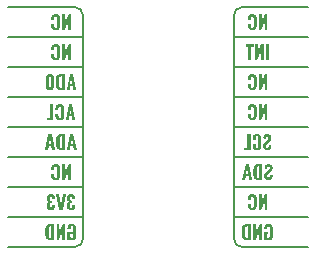
<source format=gbo>
G04*
G04 #@! TF.GenerationSoftware,Altium Limited,Altium Designer,22.3.1 (43)*
G04*
G04 Layer_Color=32896*
%FSLAX25Y25*%
%MOIN*%
G70*
G04*
G04 #@! TF.SameCoordinates,35B4740E-92D2-49D1-AA18-A508E5057BF1*
G04*
G04*
G04 #@! TF.FilePolarity,Positive*
G04*
G01*
G75*
%ADD11C,0.00600*%
G36*
X21104Y27672D02*
X21317Y27632D01*
X21491Y27570D01*
X21643Y27509D01*
X21755Y27438D01*
X21837Y27377D01*
X21888Y27336D01*
X21908Y27316D01*
X22030Y27163D01*
X22122Y26990D01*
X22183Y26817D01*
X22223Y26644D01*
X22254Y26491D01*
X22264Y26430D01*
Y26369D01*
X22274Y26318D01*
Y26288D01*
Y26267D01*
Y26257D01*
Y25972D01*
X21277D01*
Y26206D01*
X21267Y26328D01*
X21256Y26430D01*
X21246Y26512D01*
X21226Y26583D01*
X21216Y26644D01*
X21195Y26685D01*
X21185Y26705D01*
Y26715D01*
X21145Y26776D01*
X21104Y26817D01*
X21053Y26858D01*
X20992Y26878D01*
X20951Y26888D01*
X20910Y26899D01*
X20870D01*
X20788Y26888D01*
X20717Y26878D01*
X20666Y26848D01*
X20615Y26817D01*
X20584Y26787D01*
X20564Y26766D01*
X20544Y26746D01*
Y26736D01*
X20513Y26664D01*
X20493Y26593D01*
X20462Y26430D01*
X20452Y26349D01*
Y26288D01*
Y26247D01*
Y26237D01*
X20462Y26094D01*
X20473Y25972D01*
X20493Y25860D01*
X20513Y25779D01*
X20544Y25718D01*
X20564Y25667D01*
X20574Y25646D01*
X20584Y25636D01*
X20636Y25575D01*
X20707Y25534D01*
X20778Y25504D01*
X20859Y25484D01*
X20931Y25473D01*
X20992Y25463D01*
X21205D01*
Y24730D01*
X21053D01*
X21033Y24720D01*
X21022D01*
X20910Y24710D01*
X20819Y24690D01*
X20737Y24659D01*
X20676Y24618D01*
X20625Y24577D01*
X20595Y24547D01*
X20584Y24527D01*
X20574Y24516D01*
X20534Y24435D01*
X20503Y24333D01*
X20462Y24130D01*
Y24028D01*
X20452Y23956D01*
Y23906D01*
Y23885D01*
Y23743D01*
X20462Y23631D01*
X20473Y23529D01*
X20493Y23448D01*
X20503Y23386D01*
X20524Y23336D01*
X20534Y23315D01*
Y23305D01*
X20564Y23244D01*
X20615Y23203D01*
X20666Y23173D01*
X20717Y23152D01*
X20768Y23142D01*
X20809Y23132D01*
X20849D01*
X20931Y23142D01*
X21002Y23163D01*
X21053Y23183D01*
X21104Y23224D01*
X21134Y23254D01*
X21155Y23274D01*
X21175Y23295D01*
Y23305D01*
X21205Y23376D01*
X21226Y23468D01*
X21256Y23661D01*
X21267Y23743D01*
X21277Y23824D01*
Y23865D01*
Y23885D01*
Y24058D01*
X22274D01*
Y23875D01*
X22264Y23610D01*
X22223Y23376D01*
X22173Y23173D01*
X22111Y23010D01*
X22050Y22888D01*
X22000Y22786D01*
X21959Y22735D01*
X21949Y22715D01*
X21806Y22582D01*
X21633Y22480D01*
X21460Y22409D01*
X21277Y22358D01*
X21114Y22328D01*
X21043Y22318D01*
X20982D01*
X20931Y22307D01*
X20859D01*
X20605Y22328D01*
X20381Y22368D01*
X20198Y22440D01*
X20045Y22521D01*
X19933Y22592D01*
X19852Y22664D01*
X19811Y22704D01*
X19791Y22725D01*
X19679Y22898D01*
X19597Y23091D01*
X19536Y23285D01*
X19495Y23478D01*
X19475Y23641D01*
X19465Y23722D01*
X19455Y23783D01*
Y23834D01*
Y23875D01*
Y23895D01*
Y23906D01*
X19465Y24089D01*
X19485Y24242D01*
X19516Y24394D01*
X19556Y24516D01*
X19607Y24639D01*
X19668Y24740D01*
X19729Y24822D01*
X19791Y24903D01*
X19852Y24964D01*
X19913Y25015D01*
X19974Y25056D01*
X20025Y25097D01*
X20065Y25117D01*
X20096Y25137D01*
X20116Y25148D01*
X20126D01*
X20025Y25188D01*
X19923Y25239D01*
X19841Y25300D01*
X19780Y25361D01*
X19719Y25422D01*
X19679Y25473D01*
X19658Y25514D01*
X19648Y25524D01*
X19587Y25646D01*
X19536Y25779D01*
X19505Y25901D01*
X19475Y26023D01*
X19465Y26125D01*
X19455Y26217D01*
Y26267D01*
Y26288D01*
X19475Y26532D01*
X19516Y26736D01*
X19577Y26919D01*
X19638Y27061D01*
X19709Y27173D01*
X19770Y27265D01*
X19811Y27306D01*
X19831Y27326D01*
X19984Y27448D01*
X20147Y27540D01*
X20320Y27601D01*
X20483Y27652D01*
X20636Y27672D01*
X20758Y27682D01*
X20809Y27693D01*
X20870D01*
X21104Y27672D01*
D02*
G37*
G36*
X14395D02*
X14609Y27632D01*
X14782Y27570D01*
X14935Y27509D01*
X15047Y27438D01*
X15128Y27377D01*
X15179Y27336D01*
X15199Y27316D01*
X15322Y27163D01*
X15413Y26990D01*
X15474Y26817D01*
X15515Y26644D01*
X15545Y26491D01*
X15556Y26430D01*
Y26369D01*
X15566Y26318D01*
Y26288D01*
Y26267D01*
Y26257D01*
Y25972D01*
X14568D01*
Y26206D01*
X14558Y26328D01*
X14548Y26430D01*
X14538Y26512D01*
X14517Y26583D01*
X14507Y26644D01*
X14487Y26685D01*
X14477Y26705D01*
Y26715D01*
X14436Y26776D01*
X14395Y26817D01*
X14344Y26858D01*
X14283Y26878D01*
X14242Y26888D01*
X14202Y26899D01*
X14161D01*
X14080Y26888D01*
X14008Y26878D01*
X13957Y26848D01*
X13906Y26817D01*
X13876Y26787D01*
X13856Y26766D01*
X13835Y26746D01*
Y26736D01*
X13805Y26664D01*
X13784Y26593D01*
X13754Y26430D01*
X13744Y26349D01*
Y26288D01*
Y26247D01*
Y26237D01*
X13754Y26094D01*
X13764Y25972D01*
X13784Y25860D01*
X13805Y25779D01*
X13835Y25718D01*
X13856Y25667D01*
X13866Y25646D01*
X13876Y25636D01*
X13927Y25575D01*
X13998Y25534D01*
X14069Y25504D01*
X14151Y25484D01*
X14222Y25473D01*
X14283Y25463D01*
X14497D01*
Y24730D01*
X14344D01*
X14324Y24720D01*
X14314D01*
X14202Y24710D01*
X14110Y24690D01*
X14029Y24659D01*
X13968Y24618D01*
X13917Y24577D01*
X13886Y24547D01*
X13876Y24527D01*
X13866Y24516D01*
X13825Y24435D01*
X13794Y24333D01*
X13754Y24130D01*
Y24028D01*
X13744Y23956D01*
Y23906D01*
Y23885D01*
Y23743D01*
X13754Y23631D01*
X13764Y23529D01*
X13784Y23448D01*
X13794Y23386D01*
X13815Y23336D01*
X13825Y23315D01*
Y23305D01*
X13856Y23244D01*
X13906Y23203D01*
X13957Y23173D01*
X14008Y23152D01*
X14059Y23142D01*
X14100Y23132D01*
X14141D01*
X14222Y23142D01*
X14293Y23163D01*
X14344Y23183D01*
X14395Y23224D01*
X14426Y23254D01*
X14446Y23274D01*
X14466Y23295D01*
Y23305D01*
X14497Y23376D01*
X14517Y23468D01*
X14548Y23661D01*
X14558Y23743D01*
X14568Y23824D01*
Y23865D01*
Y23885D01*
Y24058D01*
X15566D01*
Y23875D01*
X15556Y23610D01*
X15515Y23376D01*
X15464Y23173D01*
X15403Y23010D01*
X15342Y22888D01*
X15291Y22786D01*
X15250Y22735D01*
X15240Y22715D01*
X15098Y22582D01*
X14924Y22480D01*
X14751Y22409D01*
X14568Y22358D01*
X14405Y22328D01*
X14334Y22318D01*
X14273D01*
X14222Y22307D01*
X14151D01*
X13896Y22328D01*
X13672Y22368D01*
X13489Y22440D01*
X13336Y22521D01*
X13224Y22592D01*
X13143Y22664D01*
X13102Y22704D01*
X13082Y22725D01*
X12970Y22898D01*
X12889Y23091D01*
X12827Y23285D01*
X12787Y23478D01*
X12766Y23641D01*
X12756Y23722D01*
X12746Y23783D01*
Y23834D01*
Y23875D01*
Y23895D01*
Y23906D01*
X12756Y24089D01*
X12776Y24242D01*
X12807Y24394D01*
X12848Y24516D01*
X12899Y24639D01*
X12960Y24740D01*
X13021Y24822D01*
X13082Y24903D01*
X13143Y24964D01*
X13204Y25015D01*
X13265Y25056D01*
X13316Y25097D01*
X13357Y25117D01*
X13387Y25137D01*
X13408Y25148D01*
X13418D01*
X13316Y25188D01*
X13214Y25239D01*
X13133Y25300D01*
X13072Y25361D01*
X13011Y25422D01*
X12970Y25473D01*
X12949Y25514D01*
X12939Y25524D01*
X12878Y25646D01*
X12827Y25779D01*
X12797Y25901D01*
X12766Y26023D01*
X12756Y26125D01*
X12746Y26217D01*
Y26267D01*
Y26288D01*
X12766Y26532D01*
X12807Y26736D01*
X12868Y26919D01*
X12929Y27061D01*
X13001Y27173D01*
X13061Y27265D01*
X13102Y27306D01*
X13123Y27326D01*
X13275Y27448D01*
X13438Y27540D01*
X13611Y27601D01*
X13774Y27652D01*
X13927Y27672D01*
X14049Y27682D01*
X14100Y27693D01*
X14161D01*
X14395Y27672D01*
D02*
G37*
G36*
X18101Y22389D02*
X17001D01*
X16004Y27621D01*
X16971D01*
X17551Y23997D01*
X18172Y27621D01*
X19098D01*
X18101Y22389D01*
D02*
G37*
G36*
X86297Y82384D02*
X85381D01*
Y85275D01*
X84221Y82384D01*
X83498D01*
Y87616D01*
X84383D01*
Y84898D01*
X85554Y87616D01*
X86297D01*
Y82384D01*
D02*
G37*
G36*
X81543Y87657D02*
X81676Y87637D01*
X81798Y87606D01*
X81900Y87576D01*
X82001Y87535D01*
X82083Y87494D01*
X82164Y87453D01*
X82286Y87372D01*
X82368Y87301D01*
X82419Y87250D01*
X82439Y87239D01*
Y87229D01*
X82551Y87046D01*
X82643Y86843D01*
X82704Y86629D01*
X82744Y86415D01*
X82765Y86221D01*
X82775Y86140D01*
Y86069D01*
X82785Y86008D01*
Y85967D01*
Y85936D01*
Y85926D01*
Y84053D01*
X82775Y83758D01*
X82734Y83493D01*
X82673Y83269D01*
X82612Y83086D01*
X82551Y82944D01*
X82521Y82893D01*
X82490Y82842D01*
X82470Y82811D01*
X82449Y82781D01*
X82439Y82771D01*
Y82760D01*
X82368Y82679D01*
X82286Y82618D01*
X82103Y82506D01*
X81910Y82435D01*
X81716Y82373D01*
X81543Y82343D01*
X81462Y82333D01*
X81391D01*
X81340Y82323D01*
X81116D01*
X80983Y82343D01*
X80851Y82363D01*
X80739Y82384D01*
X80637Y82414D01*
X80546Y82445D01*
X80393Y82526D01*
X80271Y82597D01*
X80189Y82658D01*
X80138Y82699D01*
X80128Y82720D01*
X80016Y82882D01*
X79935Y83076D01*
X79874Y83269D01*
X79833Y83453D01*
X79813Y83626D01*
X79803Y83697D01*
X79792Y83758D01*
Y83809D01*
Y83850D01*
Y83870D01*
Y83880D01*
Y84308D01*
X80821D01*
Y83799D01*
Y83676D01*
X80831Y83565D01*
X80841Y83473D01*
X80861Y83391D01*
X80871Y83330D01*
X80892Y83290D01*
X80902Y83259D01*
Y83249D01*
X80943Y83188D01*
X80994Y83147D01*
X81044Y83106D01*
X81106Y83086D01*
X81156Y83076D01*
X81207Y83066D01*
X81248D01*
X81340Y83076D01*
X81421Y83096D01*
X81482Y83127D01*
X81533Y83157D01*
X81564Y83188D01*
X81594Y83218D01*
X81604Y83239D01*
X81615Y83249D01*
X81645Y83330D01*
X81665Y83412D01*
X81696Y83595D01*
Y83676D01*
X81706Y83738D01*
Y83778D01*
Y83799D01*
Y86181D01*
Y86303D01*
X81696Y86415D01*
X81676Y86507D01*
X81665Y86588D01*
X81645Y86639D01*
X81635Y86690D01*
X81625Y86710D01*
Y86720D01*
X81584Y86781D01*
X81533Y86832D01*
X81472Y86863D01*
X81401Y86893D01*
X81350Y86904D01*
X81299Y86914D01*
X81248D01*
X81126Y86904D01*
X81034Y86873D01*
X80983Y86832D01*
X80963Y86822D01*
X80902Y86751D01*
X80871Y86669D01*
X80851Y86608D01*
Y86598D01*
Y86588D01*
X80831Y86466D01*
X80821Y86344D01*
Y86293D01*
Y86252D01*
Y86221D01*
Y86211D01*
Y85723D01*
X79792D01*
Y86171D01*
X79803Y86425D01*
X79843Y86649D01*
X79894Y86843D01*
X79955Y86995D01*
X80026Y87117D01*
X80077Y87209D01*
X80118Y87260D01*
X80128Y87280D01*
X80189Y87352D01*
X80271Y87413D01*
X80444Y87514D01*
X80627Y87586D01*
X80810Y87626D01*
X80983Y87657D01*
X81065Y87667D01*
X81126D01*
X81177Y87677D01*
X81411D01*
X81543Y87657D01*
D02*
G37*
G36*
X20763Y32384D02*
X19847D01*
Y35275D01*
X18686Y32384D01*
X17963D01*
Y37616D01*
X18849D01*
Y34898D01*
X20020Y37616D01*
X20763D01*
Y32384D01*
D02*
G37*
G36*
X16009Y37657D02*
X16141Y37637D01*
X16263Y37606D01*
X16365Y37576D01*
X16467Y37535D01*
X16548Y37494D01*
X16630Y37453D01*
X16752Y37372D01*
X16833Y37301D01*
X16884Y37250D01*
X16905Y37240D01*
Y37229D01*
X17017Y37046D01*
X17108Y36843D01*
X17169Y36629D01*
X17210Y36415D01*
X17230Y36222D01*
X17240Y36140D01*
Y36069D01*
X17251Y36008D01*
Y35967D01*
Y35936D01*
Y35926D01*
Y34053D01*
X17240Y33758D01*
X17200Y33493D01*
X17139Y33269D01*
X17077Y33086D01*
X17017Y32944D01*
X16986Y32893D01*
X16955Y32842D01*
X16935Y32811D01*
X16915Y32781D01*
X16905Y32770D01*
Y32760D01*
X16833Y32679D01*
X16752Y32618D01*
X16568Y32506D01*
X16375Y32435D01*
X16182Y32373D01*
X16009Y32343D01*
X15927Y32333D01*
X15856D01*
X15805Y32323D01*
X15581D01*
X15449Y32343D01*
X15316Y32363D01*
X15204Y32384D01*
X15103Y32414D01*
X15011Y32445D01*
X14858Y32526D01*
X14736Y32598D01*
X14655Y32659D01*
X14604Y32699D01*
X14594Y32720D01*
X14482Y32882D01*
X14400Y33076D01*
X14339Y33269D01*
X14298Y33453D01*
X14278Y33626D01*
X14268Y33697D01*
X14258Y33758D01*
Y33809D01*
Y33850D01*
Y33870D01*
Y33880D01*
Y34308D01*
X15286D01*
Y33799D01*
Y33677D01*
X15296Y33565D01*
X15306Y33473D01*
X15327Y33391D01*
X15337Y33330D01*
X15357Y33290D01*
X15367Y33259D01*
Y33249D01*
X15408Y33188D01*
X15459Y33147D01*
X15510Y33106D01*
X15571Y33086D01*
X15622Y33076D01*
X15673Y33066D01*
X15713D01*
X15805Y33076D01*
X15887Y33096D01*
X15948Y33127D01*
X15998Y33157D01*
X16029Y33188D01*
X16059Y33219D01*
X16070Y33239D01*
X16080Y33249D01*
X16110Y33330D01*
X16131Y33412D01*
X16161Y33595D01*
Y33677D01*
X16172Y33738D01*
Y33778D01*
Y33799D01*
Y36181D01*
Y36303D01*
X16161Y36415D01*
X16141Y36507D01*
X16131Y36588D01*
X16110Y36639D01*
X16100Y36690D01*
X16090Y36710D01*
Y36720D01*
X16049Y36781D01*
X15998Y36832D01*
X15937Y36863D01*
X15866Y36893D01*
X15815Y36904D01*
X15764Y36914D01*
X15713D01*
X15591Y36904D01*
X15500Y36873D01*
X15449Y36832D01*
X15428Y36822D01*
X15367Y36751D01*
X15337Y36669D01*
X15316Y36608D01*
Y36598D01*
Y36588D01*
X15296Y36466D01*
X15286Y36344D01*
Y36293D01*
Y36252D01*
Y36222D01*
Y36211D01*
Y35723D01*
X14258D01*
Y36171D01*
X14268Y36425D01*
X14309Y36649D01*
X14359Y36843D01*
X14421Y36995D01*
X14492Y37117D01*
X14543Y37209D01*
X14583Y37260D01*
X14594Y37280D01*
X14655Y37352D01*
X14736Y37413D01*
X14909Y37514D01*
X15092Y37586D01*
X15276Y37626D01*
X15449Y37657D01*
X15530Y37667D01*
X15591D01*
X15642Y37677D01*
X15876D01*
X16009Y37657D01*
D02*
G37*
G36*
X85091Y72384D02*
X84175D01*
Y75275D01*
X83014Y72384D01*
X82292D01*
Y77616D01*
X83177D01*
Y74898D01*
X84348Y77616D01*
X85091D01*
Y72384D01*
D02*
G37*
G36*
X86944D02*
X85885D01*
Y77616D01*
X86944D01*
Y72384D01*
D02*
G37*
G36*
X81844Y76822D02*
X81009D01*
Y72384D01*
X79950D01*
Y76822D01*
X79125D01*
Y77616D01*
X81844D01*
Y76822D01*
D02*
G37*
G36*
X22697Y42384D02*
X21699D01*
X21496Y43534D01*
X20671D01*
X20478Y42384D01*
X19490D01*
X20498Y47616D01*
X21679D01*
X22697Y42384D01*
D02*
G37*
G36*
X18961D02*
X17648D01*
X17424Y42394D01*
X17220Y42414D01*
X17047Y42435D01*
X16905Y42475D01*
X16793Y42506D01*
X16711Y42526D01*
X16660Y42547D01*
X16640Y42557D01*
X16508Y42628D01*
X16406Y42709D01*
X16314Y42801D01*
X16243Y42893D01*
X16192Y42974D01*
X16151Y43035D01*
X16131Y43076D01*
X16121Y43096D01*
X16070Y43239D01*
X16029Y43402D01*
X15998Y43565D01*
X15978Y43717D01*
X15968Y43850D01*
X15958Y43962D01*
Y44002D01*
Y44033D01*
Y44053D01*
Y44063D01*
Y45977D01*
X15968Y46181D01*
X15978Y46364D01*
X16009Y46527D01*
X16039Y46659D01*
X16070Y46771D01*
X16090Y46853D01*
X16110Y46893D01*
X16121Y46914D01*
X16192Y47036D01*
X16263Y47148D01*
X16355Y47240D01*
X16446Y47311D01*
X16518Y47372D01*
X16589Y47413D01*
X16630Y47433D01*
X16650Y47443D01*
X16803Y47504D01*
X16965Y47545D01*
X17139Y47576D01*
X17301Y47596D01*
X17454Y47606D01*
X17566Y47616D01*
X18961D01*
Y42384D01*
D02*
G37*
G36*
X15510D02*
X14512D01*
X14309Y43534D01*
X13484D01*
X13291Y42384D01*
X12303D01*
X13311Y47616D01*
X14492D01*
X15510Y42384D01*
D02*
G37*
G36*
X20763Y72384D02*
X19847D01*
Y75275D01*
X18686Y72384D01*
X17963D01*
Y77616D01*
X18849D01*
Y74898D01*
X20020Y77616D01*
X20763D01*
Y72384D01*
D02*
G37*
G36*
X16009Y77657D02*
X16141Y77637D01*
X16263Y77606D01*
X16365Y77575D01*
X16467Y77535D01*
X16548Y77494D01*
X16630Y77453D01*
X16752Y77372D01*
X16833Y77301D01*
X16884Y77250D01*
X16905Y77240D01*
Y77229D01*
X17017Y77046D01*
X17108Y76842D01*
X17169Y76629D01*
X17210Y76415D01*
X17230Y76222D01*
X17240Y76140D01*
Y76069D01*
X17251Y76008D01*
Y75967D01*
Y75937D01*
Y75926D01*
Y74053D01*
X17240Y73758D01*
X17200Y73493D01*
X17139Y73269D01*
X17077Y73086D01*
X17017Y72944D01*
X16986Y72893D01*
X16955Y72842D01*
X16935Y72811D01*
X16915Y72781D01*
X16905Y72771D01*
Y72760D01*
X16833Y72679D01*
X16752Y72618D01*
X16568Y72506D01*
X16375Y72435D01*
X16182Y72373D01*
X16009Y72343D01*
X15927Y72333D01*
X15856D01*
X15805Y72323D01*
X15581D01*
X15449Y72343D01*
X15316Y72363D01*
X15204Y72384D01*
X15103Y72414D01*
X15011Y72445D01*
X14858Y72526D01*
X14736Y72597D01*
X14655Y72659D01*
X14604Y72699D01*
X14594Y72720D01*
X14482Y72882D01*
X14400Y73076D01*
X14339Y73269D01*
X14298Y73453D01*
X14278Y73626D01*
X14268Y73697D01*
X14258Y73758D01*
Y73809D01*
Y73850D01*
Y73870D01*
Y73880D01*
Y74308D01*
X15286D01*
Y73799D01*
Y73677D01*
X15296Y73565D01*
X15306Y73473D01*
X15327Y73391D01*
X15337Y73330D01*
X15357Y73290D01*
X15367Y73259D01*
Y73249D01*
X15408Y73188D01*
X15459Y73147D01*
X15510Y73106D01*
X15571Y73086D01*
X15622Y73076D01*
X15673Y73066D01*
X15713D01*
X15805Y73076D01*
X15887Y73096D01*
X15948Y73127D01*
X15999Y73157D01*
X16029Y73188D01*
X16059Y73219D01*
X16070Y73239D01*
X16080Y73249D01*
X16110Y73330D01*
X16131Y73412D01*
X16161Y73595D01*
Y73677D01*
X16172Y73738D01*
Y73778D01*
Y73799D01*
Y76181D01*
Y76303D01*
X16161Y76415D01*
X16141Y76507D01*
X16131Y76588D01*
X16110Y76639D01*
X16100Y76690D01*
X16090Y76710D01*
Y76720D01*
X16049Y76781D01*
X15999Y76832D01*
X15937Y76863D01*
X15866Y76893D01*
X15815Y76904D01*
X15764Y76914D01*
X15713D01*
X15591Y76904D01*
X15500Y76873D01*
X15449Y76832D01*
X15428Y76822D01*
X15367Y76751D01*
X15337Y76670D01*
X15316Y76608D01*
Y76598D01*
Y76588D01*
X15296Y76466D01*
X15286Y76344D01*
Y76293D01*
Y76252D01*
Y76222D01*
Y76211D01*
Y75723D01*
X14258D01*
Y76171D01*
X14268Y76425D01*
X14309Y76649D01*
X14359Y76842D01*
X14421Y76995D01*
X14492Y77117D01*
X14543Y77209D01*
X14583Y77260D01*
X14594Y77280D01*
X14655Y77351D01*
X14736Y77413D01*
X14909Y77514D01*
X15092Y77586D01*
X15276Y77626D01*
X15449Y77657D01*
X15530Y77667D01*
X15591D01*
X15642Y77677D01*
X15876D01*
X16009Y77657D01*
D02*
G37*
G36*
X86297Y62384D02*
X85381D01*
Y65275D01*
X84221Y62384D01*
X83498D01*
Y67616D01*
X84383D01*
Y64898D01*
X85554Y67616D01*
X86297D01*
Y62384D01*
D02*
G37*
G36*
X81543Y67657D02*
X81676Y67637D01*
X81798Y67606D01*
X81900Y67576D01*
X82001Y67535D01*
X82083Y67494D01*
X82164Y67453D01*
X82286Y67372D01*
X82368Y67301D01*
X82419Y67250D01*
X82439Y67239D01*
Y67229D01*
X82551Y67046D01*
X82643Y66843D01*
X82704Y66629D01*
X82744Y66415D01*
X82765Y66221D01*
X82775Y66140D01*
Y66069D01*
X82785Y66008D01*
Y65967D01*
Y65936D01*
Y65926D01*
Y64053D01*
X82775Y63758D01*
X82734Y63493D01*
X82673Y63269D01*
X82612Y63086D01*
X82551Y62944D01*
X82521Y62893D01*
X82490Y62842D01*
X82470Y62811D01*
X82449Y62781D01*
X82439Y62770D01*
Y62760D01*
X82368Y62679D01*
X82286Y62618D01*
X82103Y62506D01*
X81910Y62435D01*
X81716Y62374D01*
X81543Y62343D01*
X81462Y62333D01*
X81391D01*
X81340Y62323D01*
X81116D01*
X80983Y62343D01*
X80851Y62363D01*
X80739Y62384D01*
X80637Y62414D01*
X80546Y62445D01*
X80393Y62526D01*
X80271Y62597D01*
X80189Y62659D01*
X80138Y62699D01*
X80128Y62720D01*
X80016Y62883D01*
X79935Y63076D01*
X79874Y63269D01*
X79833Y63453D01*
X79813Y63626D01*
X79803Y63697D01*
X79792Y63758D01*
Y63809D01*
Y63850D01*
Y63870D01*
Y63880D01*
Y64308D01*
X80821D01*
Y63799D01*
Y63677D01*
X80831Y63564D01*
X80841Y63473D01*
X80861Y63392D01*
X80871Y63330D01*
X80892Y63290D01*
X80902Y63259D01*
Y63249D01*
X80943Y63188D01*
X80994Y63147D01*
X81044Y63106D01*
X81106Y63086D01*
X81156Y63076D01*
X81207Y63066D01*
X81248D01*
X81340Y63076D01*
X81421Y63096D01*
X81482Y63127D01*
X81533Y63157D01*
X81564Y63188D01*
X81594Y63218D01*
X81604Y63239D01*
X81615Y63249D01*
X81645Y63330D01*
X81665Y63412D01*
X81696Y63595D01*
Y63677D01*
X81706Y63738D01*
Y63778D01*
Y63799D01*
Y66181D01*
Y66303D01*
X81696Y66415D01*
X81676Y66507D01*
X81665Y66588D01*
X81645Y66639D01*
X81635Y66690D01*
X81625Y66710D01*
Y66720D01*
X81584Y66781D01*
X81533Y66832D01*
X81472Y66863D01*
X81401Y66893D01*
X81350Y66904D01*
X81299Y66914D01*
X81248D01*
X81126Y66904D01*
X81034Y66873D01*
X80983Y66832D01*
X80963Y66822D01*
X80902Y66751D01*
X80871Y66669D01*
X80851Y66608D01*
Y66598D01*
Y66588D01*
X80831Y66466D01*
X80821Y66344D01*
Y66293D01*
Y66252D01*
Y66221D01*
Y66211D01*
Y65723D01*
X79792D01*
Y66171D01*
X79803Y66425D01*
X79843Y66649D01*
X79894Y66843D01*
X79955Y66995D01*
X80026Y67117D01*
X80077Y67209D01*
X80118Y67260D01*
X80128Y67280D01*
X80189Y67352D01*
X80271Y67413D01*
X80444Y67514D01*
X80627Y67586D01*
X80810Y67626D01*
X80983Y67657D01*
X81065Y67667D01*
X81126D01*
X81177Y67677D01*
X81411D01*
X81543Y67657D01*
D02*
G37*
G36*
X18910Y12389D02*
X17994D01*
Y15280D01*
X16833Y12389D01*
X16110D01*
Y17621D01*
X16996D01*
Y14903D01*
X18167Y17621D01*
X18910D01*
Y12389D01*
D02*
G37*
G36*
X21435Y17662D02*
X21567Y17642D01*
X21689Y17611D01*
X21791Y17570D01*
X21893Y17530D01*
X21974Y17489D01*
X22056Y17448D01*
X22178Y17367D01*
X22259Y17285D01*
X22310Y17234D01*
X22330Y17224D01*
Y17214D01*
X22442Y17021D01*
X22534Y16807D01*
X22595Y16583D01*
X22636Y16369D01*
X22656Y16176D01*
X22666Y16094D01*
Y16013D01*
X22677Y15952D01*
Y15911D01*
Y15880D01*
Y15870D01*
Y14119D01*
X22666Y13814D01*
X22626Y13539D01*
X22575Y13305D01*
X22544Y13213D01*
X22514Y13122D01*
X22483Y13040D01*
X22453Y12969D01*
X22422Y12908D01*
X22402Y12867D01*
X22381Y12826D01*
X22361Y12796D01*
X22351Y12786D01*
Y12776D01*
X22279Y12694D01*
X22208Y12623D01*
X22045Y12511D01*
X21862Y12430D01*
X21679Y12379D01*
X21516Y12338D01*
X21445Y12328D01*
X21384D01*
X21333Y12318D01*
X21261D01*
X21149Y12328D01*
X21048Y12338D01*
X20865Y12399D01*
X20722Y12480D01*
X20600Y12582D01*
X20508Y12684D01*
X20457Y12765D01*
X20417Y12826D01*
X20406Y12837D01*
Y12847D01*
X20335Y12389D01*
X19633D01*
Y15076D01*
X21109D01*
Y14425D01*
X20600D01*
Y13875D01*
Y13743D01*
X20620Y13621D01*
X20630Y13519D01*
X20651Y13437D01*
X20671Y13376D01*
X20691Y13325D01*
X20702Y13295D01*
X20712Y13285D01*
X20763Y13213D01*
X20824Y13162D01*
X20885Y13122D01*
X20946Y13101D01*
X21007Y13081D01*
X21058Y13071D01*
X21099D01*
X21200Y13081D01*
X21282Y13101D01*
X21353Y13132D01*
X21404Y13173D01*
X21445Y13203D01*
X21475Y13234D01*
X21486Y13254D01*
X21496Y13264D01*
X21526Y13346D01*
X21557Y13437D01*
X21587Y13631D01*
Y13712D01*
X21598Y13773D01*
Y13814D01*
Y13834D01*
Y16166D01*
Y16298D01*
X21587Y16410D01*
X21567Y16501D01*
X21557Y16583D01*
X21536Y16644D01*
X21526Y16695D01*
X21516Y16715D01*
Y16725D01*
X21475Y16786D01*
X21414Y16838D01*
X21353Y16868D01*
X21292Y16898D01*
X21231Y16909D01*
X21180Y16919D01*
X21139D01*
X21038Y16909D01*
X20966Y16888D01*
X20895Y16868D01*
X20844Y16838D01*
X20814Y16797D01*
X20793Y16776D01*
X20773Y16756D01*
Y16746D01*
X20742Y16675D01*
X20722Y16593D01*
X20702Y16420D01*
X20691Y16339D01*
Y16277D01*
Y16237D01*
Y16217D01*
Y15850D01*
X19653D01*
Y16155D01*
X19663Y16420D01*
X19704Y16644D01*
X19765Y16838D01*
X19826Y17000D01*
X19887Y17122D01*
X19948Y17214D01*
X19989Y17265D01*
X19999Y17285D01*
X20071Y17357D01*
X20152Y17418D01*
X20325Y17519D01*
X20518Y17591D01*
X20702Y17631D01*
X20875Y17662D01*
X20956Y17672D01*
X21017D01*
X21068Y17682D01*
X21302D01*
X21435Y17662D01*
D02*
G37*
G36*
X15327Y12389D02*
X14013D01*
X13789Y12399D01*
X13586Y12419D01*
X13413Y12440D01*
X13270Y12480D01*
X13158Y12511D01*
X13077Y12531D01*
X13026Y12552D01*
X13005Y12562D01*
X12873Y12633D01*
X12771Y12715D01*
X12680Y12806D01*
X12608Y12898D01*
X12558Y12979D01*
X12517Y13040D01*
X12496Y13081D01*
X12486Y13101D01*
X12436Y13244D01*
X12395Y13407D01*
X12364Y13570D01*
X12344Y13722D01*
X12334Y13855D01*
X12324Y13967D01*
Y14007D01*
Y14038D01*
Y14058D01*
Y14069D01*
Y15982D01*
X12334Y16186D01*
X12344Y16369D01*
X12374Y16532D01*
X12405Y16664D01*
X12436Y16776D01*
X12456Y16858D01*
X12476Y16898D01*
X12486Y16919D01*
X12558Y17041D01*
X12629Y17153D01*
X12720Y17245D01*
X12812Y17316D01*
X12883Y17377D01*
X12955Y17418D01*
X12995Y17438D01*
X13016Y17448D01*
X13168Y17509D01*
X13331Y17550D01*
X13504Y17581D01*
X13667Y17601D01*
X13820Y17611D01*
X13932Y17621D01*
X15327D01*
Y12389D01*
D02*
G37*
G36*
X86297Y22384D02*
X85381D01*
Y25275D01*
X84221Y22384D01*
X83498D01*
Y27616D01*
X84383D01*
Y24898D01*
X85554Y27616D01*
X86297D01*
Y22384D01*
D02*
G37*
G36*
X81543Y27657D02*
X81676Y27637D01*
X81798Y27606D01*
X81900Y27575D01*
X82001Y27535D01*
X82083Y27494D01*
X82164Y27453D01*
X82286Y27372D01*
X82368Y27301D01*
X82419Y27250D01*
X82439Y27240D01*
Y27229D01*
X82551Y27046D01*
X82643Y26842D01*
X82704Y26629D01*
X82744Y26415D01*
X82765Y26221D01*
X82775Y26140D01*
Y26069D01*
X82785Y26008D01*
Y25967D01*
Y25936D01*
Y25926D01*
Y24053D01*
X82775Y23758D01*
X82734Y23493D01*
X82673Y23269D01*
X82612Y23086D01*
X82551Y22944D01*
X82521Y22893D01*
X82490Y22842D01*
X82470Y22811D01*
X82449Y22781D01*
X82439Y22771D01*
Y22760D01*
X82368Y22679D01*
X82286Y22618D01*
X82103Y22506D01*
X81910Y22435D01*
X81716Y22374D01*
X81543Y22343D01*
X81462Y22333D01*
X81391D01*
X81340Y22323D01*
X81116D01*
X80983Y22343D01*
X80851Y22363D01*
X80739Y22384D01*
X80637Y22414D01*
X80546Y22445D01*
X80393Y22526D01*
X80271Y22597D01*
X80189Y22659D01*
X80138Y22699D01*
X80128Y22720D01*
X80016Y22883D01*
X79935Y23076D01*
X79874Y23269D01*
X79833Y23453D01*
X79813Y23626D01*
X79803Y23697D01*
X79792Y23758D01*
Y23809D01*
Y23850D01*
Y23870D01*
Y23880D01*
Y24308D01*
X80821D01*
Y23799D01*
Y23676D01*
X80831Y23564D01*
X80841Y23473D01*
X80861Y23392D01*
X80871Y23330D01*
X80892Y23290D01*
X80902Y23259D01*
Y23249D01*
X80943Y23188D01*
X80994Y23147D01*
X81044Y23106D01*
X81106Y23086D01*
X81156Y23076D01*
X81207Y23066D01*
X81248D01*
X81340Y23076D01*
X81421Y23096D01*
X81482Y23127D01*
X81533Y23157D01*
X81564Y23188D01*
X81594Y23218D01*
X81604Y23239D01*
X81615Y23249D01*
X81645Y23330D01*
X81665Y23412D01*
X81696Y23595D01*
Y23676D01*
X81706Y23738D01*
Y23778D01*
Y23799D01*
Y26181D01*
Y26303D01*
X81696Y26415D01*
X81676Y26507D01*
X81665Y26588D01*
X81645Y26639D01*
X81635Y26690D01*
X81625Y26710D01*
Y26720D01*
X81584Y26781D01*
X81533Y26832D01*
X81472Y26863D01*
X81401Y26893D01*
X81350Y26904D01*
X81299Y26914D01*
X81248D01*
X81126Y26904D01*
X81034Y26873D01*
X80983Y26832D01*
X80963Y26822D01*
X80902Y26751D01*
X80871Y26669D01*
X80851Y26608D01*
Y26598D01*
Y26588D01*
X80831Y26466D01*
X80821Y26344D01*
Y26293D01*
Y26252D01*
Y26221D01*
Y26211D01*
Y25723D01*
X79792D01*
Y26171D01*
X79803Y26425D01*
X79843Y26649D01*
X79894Y26842D01*
X79955Y26995D01*
X80026Y27117D01*
X80077Y27209D01*
X80118Y27260D01*
X80128Y27280D01*
X80189Y27351D01*
X80271Y27413D01*
X80444Y27514D01*
X80627Y27586D01*
X80810Y27626D01*
X80983Y27657D01*
X81065Y27667D01*
X81126D01*
X81177Y27677D01*
X81411D01*
X81543Y27657D01*
D02*
G37*
G36*
X83106Y47657D02*
X83238Y47637D01*
X83360Y47606D01*
X83462Y47576D01*
X83564Y47535D01*
X83645Y47494D01*
X83727Y47453D01*
X83849Y47372D01*
X83930Y47301D01*
X83981Y47250D01*
X84002Y47240D01*
Y47229D01*
X84114Y47046D01*
X84205Y46843D01*
X84266Y46629D01*
X84307Y46415D01*
X84328Y46222D01*
X84338Y46140D01*
Y46069D01*
X84348Y46008D01*
Y45967D01*
Y45937D01*
Y45926D01*
Y44053D01*
X84338Y43758D01*
X84297Y43493D01*
X84236Y43269D01*
X84175Y43086D01*
X84114Y42944D01*
X84083Y42893D01*
X84053Y42842D01*
X84032Y42811D01*
X84012Y42781D01*
X84002Y42770D01*
Y42760D01*
X83930Y42679D01*
X83849Y42618D01*
X83666Y42506D01*
X83472Y42435D01*
X83279Y42373D01*
X83106Y42343D01*
X83025Y42333D01*
X82953D01*
X82902Y42323D01*
X82678D01*
X82546Y42343D01*
X82414Y42363D01*
X82302Y42384D01*
X82200Y42414D01*
X82108Y42445D01*
X81956Y42526D01*
X81833Y42597D01*
X81752Y42658D01*
X81701Y42699D01*
X81691Y42720D01*
X81579Y42882D01*
X81498Y43076D01*
X81436Y43269D01*
X81396Y43453D01*
X81375Y43626D01*
X81365Y43697D01*
X81355Y43758D01*
Y43809D01*
Y43850D01*
Y43870D01*
Y43880D01*
Y44308D01*
X82383D01*
Y43799D01*
Y43676D01*
X82393Y43565D01*
X82403Y43473D01*
X82424Y43391D01*
X82434Y43330D01*
X82454Y43290D01*
X82465Y43259D01*
Y43249D01*
X82505Y43188D01*
X82556Y43147D01*
X82607Y43106D01*
X82668Y43086D01*
X82719Y43076D01*
X82770Y43066D01*
X82811D01*
X82902Y43076D01*
X82984Y43096D01*
X83045Y43127D01*
X83096Y43157D01*
X83126Y43188D01*
X83157Y43218D01*
X83167Y43239D01*
X83177Y43249D01*
X83208Y43330D01*
X83228Y43412D01*
X83259Y43595D01*
Y43676D01*
X83269Y43738D01*
Y43778D01*
Y43799D01*
Y46181D01*
Y46303D01*
X83259Y46415D01*
X83238Y46507D01*
X83228Y46588D01*
X83208Y46639D01*
X83197Y46690D01*
X83187Y46710D01*
Y46720D01*
X83147Y46781D01*
X83096Y46832D01*
X83035Y46863D01*
X82963Y46893D01*
X82912Y46904D01*
X82862Y46914D01*
X82811D01*
X82688Y46904D01*
X82597Y46873D01*
X82546Y46832D01*
X82526Y46822D01*
X82465Y46751D01*
X82434Y46669D01*
X82414Y46608D01*
Y46598D01*
Y46588D01*
X82393Y46466D01*
X82383Y46344D01*
Y46293D01*
Y46252D01*
Y46222D01*
Y46211D01*
Y45723D01*
X81355D01*
Y46171D01*
X81365Y46425D01*
X81406Y46649D01*
X81457Y46843D01*
X81518Y46995D01*
X81589Y47117D01*
X81640Y47209D01*
X81681Y47260D01*
X81691Y47280D01*
X81752Y47352D01*
X81833Y47413D01*
X82007Y47514D01*
X82190Y47586D01*
X82373Y47626D01*
X82546Y47657D01*
X82627Y47667D01*
X82688D01*
X82739Y47677D01*
X82974D01*
X83106Y47657D01*
D02*
G37*
G36*
X80703Y42384D02*
X78403D01*
Y43106D01*
X79645D01*
Y47616D01*
X80703D01*
Y42384D01*
D02*
G37*
G36*
X86465Y47667D02*
X86679Y47626D01*
X86862Y47565D01*
X87015Y47504D01*
X87127Y47443D01*
X87219Y47382D01*
X87270Y47341D01*
X87290Y47331D01*
X87412Y47189D01*
X87504Y47036D01*
X87575Y46863D01*
X87616Y46710D01*
X87646Y46568D01*
X87656Y46446D01*
X87666Y46405D01*
Y46374D01*
Y46354D01*
Y46344D01*
X87656Y46191D01*
X87636Y46049D01*
X87616Y45916D01*
X87585Y45814D01*
X87555Y45723D01*
X87524Y45662D01*
X87514Y45621D01*
X87504Y45611D01*
X87432Y45499D01*
X87351Y45397D01*
X87270Y45295D01*
X87188Y45204D01*
X87107Y45132D01*
X87046Y45071D01*
X87005Y45031D01*
X86995Y45020D01*
X86455Y44552D01*
X86353Y44460D01*
X86262Y44369D01*
X86190Y44287D01*
X86129Y44216D01*
X86089Y44155D01*
X86048Y44114D01*
X86038Y44084D01*
X86028Y44074D01*
X85977Y43992D01*
X85946Y43900D01*
X85905Y43727D01*
X85895Y43656D01*
X85885Y43595D01*
Y43554D01*
Y43544D01*
X85895Y43422D01*
X85926Y43320D01*
X85956Y43259D01*
X85966Y43249D01*
Y43239D01*
X85997Y43198D01*
X86038Y43178D01*
X86129Y43137D01*
X86170D01*
X86201Y43127D01*
X86231D01*
X86323Y43137D01*
X86394Y43167D01*
X86465Y43198D01*
X86516Y43249D01*
X86567Y43290D01*
X86598Y43320D01*
X86608Y43351D01*
X86618Y43361D01*
X86659Y43463D01*
X86689Y43575D01*
X86710Y43697D01*
X86730Y43819D01*
X86740Y43921D01*
X86750Y44012D01*
Y44074D01*
Y44084D01*
Y44094D01*
X87666Y43941D01*
X87656Y43788D01*
X87636Y43646D01*
X87595Y43402D01*
X87534Y43188D01*
X87463Y43015D01*
X87392Y42882D01*
X87331Y42781D01*
X87290Y42730D01*
X87280Y42709D01*
X87127Y42577D01*
X86954Y42485D01*
X86771Y42414D01*
X86598Y42373D01*
X86435Y42343D01*
X86374Y42333D01*
X86313D01*
X86262Y42323D01*
X86190D01*
X86048Y42333D01*
X85916Y42353D01*
X85793Y42373D01*
X85692Y42404D01*
X85610Y42435D01*
X85539Y42465D01*
X85498Y42475D01*
X85488Y42485D01*
X85376Y42557D01*
X85284Y42628D01*
X85193Y42699D01*
X85132Y42770D01*
X85081Y42832D01*
X85040Y42882D01*
X85020Y42923D01*
X85010Y42933D01*
X84948Y43045D01*
X84908Y43167D01*
X84877Y43279D01*
X84857Y43381D01*
X84847Y43473D01*
X84837Y43544D01*
Y43585D01*
Y43605D01*
X84847Y43778D01*
X84867Y43941D01*
X84908Y44084D01*
X84938Y44216D01*
X84979Y44308D01*
X85020Y44389D01*
X85040Y44430D01*
X85050Y44450D01*
X85132Y44583D01*
X85233Y44715D01*
X85335Y44837D01*
X85427Y44939D01*
X85508Y45031D01*
X85580Y45102D01*
X85620Y45142D01*
X85641Y45163D01*
X86170Y45621D01*
X86251Y45702D01*
X86333Y45774D01*
X86394Y45835D01*
X86435Y45896D01*
X86475Y45947D01*
X86506Y45977D01*
X86516Y45998D01*
X86526Y46008D01*
X86567Y46079D01*
X86588Y46160D01*
X86628Y46303D01*
Y46364D01*
X86638Y46415D01*
Y46446D01*
Y46456D01*
X86628Y46578D01*
X86588Y46680D01*
X86557Y46741D01*
X86547Y46751D01*
Y46761D01*
X86506Y46802D01*
X86455Y46843D01*
X86364Y46873D01*
X86323Y46883D01*
X86282Y46893D01*
X86251D01*
X86170Y46883D01*
X86109Y46863D01*
X86058Y46832D01*
X86017Y46792D01*
X85987Y46751D01*
X85966Y46720D01*
X85956Y46700D01*
Y46690D01*
X85926Y46608D01*
X85905Y46517D01*
X85875Y46313D01*
Y46232D01*
X85865Y46160D01*
Y46110D01*
Y46089D01*
X84938Y46222D01*
X84959Y46456D01*
X84999Y46659D01*
X85061Y46832D01*
X85111Y46985D01*
X85162Y47107D01*
X85213Y47199D01*
X85244Y47250D01*
X85254Y47270D01*
X85376Y47402D01*
X85519Y47504D01*
X85681Y47576D01*
X85844Y47626D01*
X85997Y47657D01*
X86119Y47667D01*
X86160Y47677D01*
X86231D01*
X86465Y47667D01*
D02*
G37*
G36*
X17398Y57657D02*
X17530Y57637D01*
X17653Y57606D01*
X17754Y57576D01*
X17856Y57535D01*
X17938Y57494D01*
X18019Y57453D01*
X18141Y57372D01*
X18223Y57301D01*
X18274Y57250D01*
X18294Y57240D01*
Y57229D01*
X18406Y57046D01*
X18498Y56842D01*
X18559Y56629D01*
X18599Y56415D01*
X18620Y56222D01*
X18630Y56140D01*
Y56069D01*
X18640Y56008D01*
Y55967D01*
Y55936D01*
Y55926D01*
Y54053D01*
X18630Y53758D01*
X18589Y53493D01*
X18528Y53269D01*
X18467Y53086D01*
X18406Y52944D01*
X18375Y52893D01*
X18345Y52842D01*
X18325Y52811D01*
X18304Y52781D01*
X18294Y52771D01*
Y52760D01*
X18223Y52679D01*
X18141Y52618D01*
X17958Y52506D01*
X17765Y52435D01*
X17571Y52373D01*
X17398Y52343D01*
X17317Y52333D01*
X17245D01*
X17195Y52323D01*
X16971D01*
X16838Y52343D01*
X16706Y52363D01*
X16594Y52384D01*
X16492Y52414D01*
X16401Y52445D01*
X16248Y52526D01*
X16126Y52597D01*
X16044Y52659D01*
X15993Y52699D01*
X15983Y52720D01*
X15871Y52882D01*
X15790Y53076D01*
X15729Y53269D01*
X15688Y53453D01*
X15668Y53626D01*
X15657Y53697D01*
X15647Y53758D01*
Y53809D01*
Y53850D01*
Y53870D01*
Y53880D01*
Y54308D01*
X16675D01*
Y53799D01*
Y53677D01*
X16686Y53565D01*
X16696Y53473D01*
X16716Y53391D01*
X16726Y53330D01*
X16747Y53290D01*
X16757Y53259D01*
Y53249D01*
X16798Y53188D01*
X16849Y53147D01*
X16899Y53106D01*
X16961Y53086D01*
X17011Y53076D01*
X17062Y53066D01*
X17103D01*
X17195Y53076D01*
X17276Y53096D01*
X17337Y53127D01*
X17388Y53157D01*
X17419Y53188D01*
X17449Y53219D01*
X17459Y53239D01*
X17470Y53249D01*
X17500Y53330D01*
X17520Y53412D01*
X17551Y53595D01*
Y53677D01*
X17561Y53738D01*
Y53778D01*
Y53799D01*
Y56181D01*
Y56303D01*
X17551Y56415D01*
X17530Y56507D01*
X17520Y56588D01*
X17500Y56639D01*
X17490Y56690D01*
X17480Y56710D01*
Y56720D01*
X17439Y56782D01*
X17388Y56832D01*
X17327Y56863D01*
X17256Y56893D01*
X17205Y56904D01*
X17154Y56914D01*
X17103D01*
X16981Y56904D01*
X16889Y56873D01*
X16838Y56832D01*
X16818Y56822D01*
X16757Y56751D01*
X16726Y56669D01*
X16706Y56608D01*
Y56598D01*
Y56588D01*
X16686Y56466D01*
X16675Y56344D01*
Y56293D01*
Y56252D01*
Y56222D01*
Y56211D01*
Y55723D01*
X15647D01*
Y56171D01*
X15657Y56425D01*
X15698Y56649D01*
X15749Y56842D01*
X15810Y56995D01*
X15881Y57117D01*
X15932Y57209D01*
X15973Y57260D01*
X15983Y57280D01*
X16044Y57351D01*
X16126Y57413D01*
X16299Y57514D01*
X16482Y57586D01*
X16665Y57626D01*
X16838Y57657D01*
X16920Y57667D01*
X16981D01*
X17032Y57677D01*
X17266D01*
X17398Y57657D01*
D02*
G37*
G36*
X22305Y52384D02*
X21307D01*
X21104Y53534D01*
X20279D01*
X20086Y52384D01*
X19098D01*
X20106Y57616D01*
X21287D01*
X22305Y52384D01*
D02*
G37*
G36*
X14996D02*
X12695D01*
Y53106D01*
X13937D01*
Y57616D01*
X14996D01*
Y52384D01*
D02*
G37*
G36*
X84668Y32384D02*
X83355D01*
X83131Y32394D01*
X82928Y32414D01*
X82755Y32435D01*
X82612Y32475D01*
X82500Y32506D01*
X82419Y32526D01*
X82368Y32546D01*
X82348Y32557D01*
X82215Y32628D01*
X82113Y32709D01*
X82022Y32801D01*
X81950Y32893D01*
X81900Y32974D01*
X81859Y33035D01*
X81839Y33076D01*
X81828Y33096D01*
X81777Y33239D01*
X81737Y33402D01*
X81706Y33564D01*
X81686Y33717D01*
X81676Y33850D01*
X81665Y33962D01*
Y34002D01*
Y34033D01*
Y34053D01*
Y34063D01*
Y35977D01*
X81676Y36181D01*
X81686Y36364D01*
X81716Y36527D01*
X81747Y36659D01*
X81777Y36771D01*
X81798Y36853D01*
X81818Y36893D01*
X81828Y36914D01*
X81900Y37036D01*
X81971Y37148D01*
X82063Y37240D01*
X82154Y37311D01*
X82225Y37372D01*
X82297Y37413D01*
X82337Y37433D01*
X82358Y37443D01*
X82510Y37504D01*
X82673Y37545D01*
X82846Y37576D01*
X83009Y37596D01*
X83162Y37606D01*
X83274Y37616D01*
X84668D01*
Y32384D01*
D02*
G37*
G36*
X81217D02*
X80220D01*
X80016Y33534D01*
X79192D01*
X78998Y32384D01*
X78011D01*
X79019Y37616D01*
X80199D01*
X81217Y32384D01*
D02*
G37*
G36*
X86857Y37667D02*
X87071Y37626D01*
X87254Y37565D01*
X87407Y37504D01*
X87519Y37443D01*
X87611Y37382D01*
X87661Y37341D01*
X87682Y37331D01*
X87804Y37189D01*
X87896Y37036D01*
X87967Y36863D01*
X88008Y36710D01*
X88038Y36568D01*
X88048Y36446D01*
X88059Y36405D01*
Y36374D01*
Y36354D01*
Y36344D01*
X88048Y36191D01*
X88028Y36048D01*
X88008Y35916D01*
X87977Y35814D01*
X87946Y35723D01*
X87916Y35662D01*
X87906Y35621D01*
X87896Y35611D01*
X87824Y35499D01*
X87743Y35397D01*
X87661Y35295D01*
X87580Y35203D01*
X87499Y35132D01*
X87437Y35071D01*
X87397Y35030D01*
X87387Y35020D01*
X86847Y34552D01*
X86745Y34460D01*
X86654Y34369D01*
X86582Y34287D01*
X86521Y34216D01*
X86481Y34155D01*
X86440Y34114D01*
X86430Y34084D01*
X86419Y34073D01*
X86369Y33992D01*
X86338Y33900D01*
X86297Y33727D01*
X86287Y33656D01*
X86277Y33595D01*
Y33554D01*
Y33544D01*
X86287Y33422D01*
X86318Y33320D01*
X86348Y33259D01*
X86358Y33249D01*
Y33239D01*
X86389Y33198D01*
X86430Y33178D01*
X86521Y33137D01*
X86562D01*
X86593Y33127D01*
X86623D01*
X86715Y33137D01*
X86786Y33167D01*
X86857Y33198D01*
X86908Y33249D01*
X86959Y33290D01*
X86990Y33320D01*
X87000Y33351D01*
X87010Y33361D01*
X87051Y33463D01*
X87081Y33575D01*
X87102Y33697D01*
X87122Y33819D01*
X87132Y33921D01*
X87142Y34012D01*
Y34073D01*
Y34084D01*
Y34094D01*
X88059Y33941D01*
X88048Y33788D01*
X88028Y33646D01*
X87987Y33402D01*
X87926Y33188D01*
X87855Y33015D01*
X87784Y32882D01*
X87722Y32781D01*
X87682Y32730D01*
X87672Y32709D01*
X87519Y32577D01*
X87346Y32485D01*
X87163Y32414D01*
X86990Y32373D01*
X86827Y32343D01*
X86766Y32333D01*
X86704D01*
X86654Y32323D01*
X86582D01*
X86440Y32333D01*
X86308Y32353D01*
X86185Y32373D01*
X86084Y32404D01*
X86002Y32435D01*
X85931Y32465D01*
X85890Y32475D01*
X85880Y32485D01*
X85768Y32557D01*
X85676Y32628D01*
X85585Y32699D01*
X85524Y32770D01*
X85473Y32832D01*
X85432Y32882D01*
X85412Y32923D01*
X85401Y32933D01*
X85340Y33045D01*
X85300Y33167D01*
X85269Y33279D01*
X85249Y33381D01*
X85239Y33473D01*
X85228Y33544D01*
Y33585D01*
Y33605D01*
X85239Y33778D01*
X85259Y33941D01*
X85300Y34084D01*
X85330Y34216D01*
X85371Y34308D01*
X85412Y34389D01*
X85432Y34430D01*
X85442Y34450D01*
X85524Y34582D01*
X85625Y34715D01*
X85727Y34837D01*
X85819Y34939D01*
X85900Y35030D01*
X85972Y35102D01*
X86012Y35142D01*
X86033Y35163D01*
X86562Y35621D01*
X86643Y35702D01*
X86725Y35774D01*
X86786Y35835D01*
X86827Y35896D01*
X86867Y35947D01*
X86898Y35977D01*
X86908Y35998D01*
X86918Y36008D01*
X86959Y36079D01*
X86979Y36160D01*
X87020Y36303D01*
Y36364D01*
X87030Y36415D01*
Y36446D01*
Y36456D01*
X87020Y36578D01*
X86979Y36680D01*
X86949Y36741D01*
X86939Y36751D01*
Y36761D01*
X86898Y36802D01*
X86847Y36843D01*
X86755Y36873D01*
X86715Y36883D01*
X86674Y36893D01*
X86643D01*
X86562Y36883D01*
X86501Y36863D01*
X86450Y36832D01*
X86409Y36792D01*
X86379Y36751D01*
X86358Y36720D01*
X86348Y36700D01*
Y36690D01*
X86318Y36608D01*
X86297Y36517D01*
X86267Y36313D01*
Y36232D01*
X86257Y36160D01*
Y36110D01*
Y36089D01*
X85330Y36222D01*
X85351Y36456D01*
X85391Y36659D01*
X85452Y36832D01*
X85503Y36985D01*
X85554Y37107D01*
X85605Y37199D01*
X85636Y37250D01*
X85646Y37270D01*
X85768Y37402D01*
X85910Y37504D01*
X86073Y37576D01*
X86236Y37626D01*
X86389Y37657D01*
X86511Y37667D01*
X86552Y37677D01*
X86623D01*
X86857Y37667D01*
D02*
G37*
G36*
X84445Y12389D02*
X83528D01*
Y15280D01*
X82368Y12389D01*
X81645D01*
Y17621D01*
X82531D01*
Y14903D01*
X83701Y17621D01*
X84445D01*
Y12389D01*
D02*
G37*
G36*
X86969Y17662D02*
X87102Y17642D01*
X87224Y17611D01*
X87326Y17570D01*
X87427Y17530D01*
X87509Y17489D01*
X87590Y17448D01*
X87712Y17367D01*
X87794Y17285D01*
X87845Y17234D01*
X87865Y17224D01*
Y17214D01*
X87977Y17021D01*
X88069Y16807D01*
X88130Y16583D01*
X88170Y16369D01*
X88191Y16176D01*
X88201Y16094D01*
Y16013D01*
X88211Y15952D01*
Y15911D01*
Y15880D01*
Y15870D01*
Y14119D01*
X88201Y13814D01*
X88160Y13539D01*
X88109Y13305D01*
X88079Y13213D01*
X88048Y13122D01*
X88018Y13040D01*
X87987Y12969D01*
X87957Y12908D01*
X87936Y12867D01*
X87916Y12826D01*
X87896Y12796D01*
X87885Y12786D01*
Y12776D01*
X87814Y12694D01*
X87743Y12623D01*
X87580Y12511D01*
X87397Y12430D01*
X87213Y12379D01*
X87051Y12338D01*
X86979Y12328D01*
X86918D01*
X86867Y12318D01*
X86796D01*
X86684Y12328D01*
X86582Y12338D01*
X86399Y12399D01*
X86257Y12480D01*
X86134Y12582D01*
X86043Y12684D01*
X85992Y12765D01*
X85951Y12826D01*
X85941Y12837D01*
Y12847D01*
X85870Y12389D01*
X85167D01*
Y15076D01*
X86643D01*
Y14425D01*
X86134D01*
Y13875D01*
Y13743D01*
X86155Y13621D01*
X86165Y13519D01*
X86185Y13437D01*
X86206Y13376D01*
X86226Y13325D01*
X86236Y13295D01*
X86246Y13285D01*
X86297Y13213D01*
X86358Y13162D01*
X86419Y13122D01*
X86481Y13101D01*
X86542Y13081D01*
X86593Y13071D01*
X86633D01*
X86735Y13081D01*
X86817Y13101D01*
X86888Y13132D01*
X86939Y13173D01*
X86979Y13203D01*
X87010Y13234D01*
X87020Y13254D01*
X87030Y13264D01*
X87061Y13346D01*
X87091Y13437D01*
X87122Y13631D01*
Y13712D01*
X87132Y13773D01*
Y13814D01*
Y13834D01*
Y16165D01*
Y16298D01*
X87122Y16410D01*
X87102Y16501D01*
X87091Y16583D01*
X87071Y16644D01*
X87061Y16695D01*
X87051Y16715D01*
Y16725D01*
X87010Y16786D01*
X86949Y16837D01*
X86888Y16868D01*
X86827Y16898D01*
X86766Y16909D01*
X86715Y16919D01*
X86674D01*
X86572Y16909D01*
X86501Y16888D01*
X86430Y16868D01*
X86379Y16837D01*
X86348Y16797D01*
X86328Y16776D01*
X86308Y16756D01*
Y16746D01*
X86277Y16675D01*
X86257Y16593D01*
X86236Y16420D01*
X86226Y16339D01*
Y16277D01*
Y16237D01*
Y16216D01*
Y15850D01*
X85188D01*
Y16155D01*
X85198Y16420D01*
X85239Y16644D01*
X85300Y16837D01*
X85361Y17000D01*
X85422Y17122D01*
X85483Y17214D01*
X85524Y17265D01*
X85534Y17285D01*
X85605Y17357D01*
X85686Y17418D01*
X85860Y17519D01*
X86053Y17591D01*
X86236Y17631D01*
X86409Y17662D01*
X86491Y17672D01*
X86552D01*
X86603Y17682D01*
X86837D01*
X86969Y17662D01*
D02*
G37*
G36*
X80861Y12389D02*
X79548D01*
X79324Y12399D01*
X79120Y12419D01*
X78947Y12440D01*
X78805Y12480D01*
X78693Y12511D01*
X78611Y12531D01*
X78561Y12552D01*
X78540Y12562D01*
X78408Y12633D01*
X78306Y12715D01*
X78214Y12806D01*
X78143Y12898D01*
X78092Y12979D01*
X78052Y13040D01*
X78031Y13081D01*
X78021Y13101D01*
X77970Y13244D01*
X77929Y13407D01*
X77899Y13570D01*
X77878Y13722D01*
X77868Y13855D01*
X77858Y13967D01*
Y14007D01*
Y14038D01*
Y14058D01*
Y14069D01*
Y15982D01*
X77868Y16186D01*
X77878Y16369D01*
X77909Y16532D01*
X77940Y16664D01*
X77970Y16776D01*
X77991Y16858D01*
X78011Y16898D01*
X78021Y16919D01*
X78092Y17041D01*
X78163Y17153D01*
X78255Y17245D01*
X78347Y17316D01*
X78418Y17377D01*
X78489Y17418D01*
X78530Y17438D01*
X78550Y17448D01*
X78703Y17509D01*
X78866Y17550D01*
X79039Y17581D01*
X79202Y17601D01*
X79355Y17611D01*
X79467Y17621D01*
X80861D01*
Y12389D01*
D02*
G37*
G36*
X86297Y52384D02*
X85381D01*
Y55275D01*
X84221Y52384D01*
X83498D01*
Y57616D01*
X84383D01*
Y54898D01*
X85554Y57616D01*
X86297D01*
Y52384D01*
D02*
G37*
G36*
X81543Y57657D02*
X81676Y57636D01*
X81798Y57606D01*
X81900Y57576D01*
X82001Y57535D01*
X82083Y57494D01*
X82164Y57453D01*
X82286Y57372D01*
X82368Y57301D01*
X82419Y57250D01*
X82439Y57240D01*
Y57229D01*
X82551Y57046D01*
X82643Y56842D01*
X82704Y56629D01*
X82744Y56415D01*
X82765Y56221D01*
X82775Y56140D01*
Y56069D01*
X82785Y56008D01*
Y55967D01*
Y55936D01*
Y55926D01*
Y54053D01*
X82775Y53758D01*
X82734Y53493D01*
X82673Y53269D01*
X82612Y53086D01*
X82551Y52944D01*
X82521Y52893D01*
X82490Y52842D01*
X82470Y52811D01*
X82449Y52781D01*
X82439Y52771D01*
Y52760D01*
X82368Y52679D01*
X82286Y52618D01*
X82103Y52506D01*
X81910Y52435D01*
X81716Y52373D01*
X81543Y52343D01*
X81462Y52333D01*
X81391D01*
X81340Y52323D01*
X81116D01*
X80983Y52343D01*
X80851Y52363D01*
X80739Y52384D01*
X80637Y52414D01*
X80546Y52445D01*
X80393Y52526D01*
X80271Y52597D01*
X80189Y52658D01*
X80138Y52699D01*
X80128Y52720D01*
X80016Y52882D01*
X79935Y53076D01*
X79874Y53269D01*
X79833Y53453D01*
X79813Y53626D01*
X79803Y53697D01*
X79792Y53758D01*
Y53809D01*
Y53850D01*
Y53870D01*
Y53880D01*
Y54308D01*
X80821D01*
Y53799D01*
Y53676D01*
X80831Y53565D01*
X80841Y53473D01*
X80861Y53391D01*
X80871Y53330D01*
X80892Y53290D01*
X80902Y53259D01*
Y53249D01*
X80943Y53188D01*
X80994Y53147D01*
X81044Y53106D01*
X81106Y53086D01*
X81156Y53076D01*
X81207Y53066D01*
X81248D01*
X81340Y53076D01*
X81421Y53096D01*
X81482Y53127D01*
X81533Y53157D01*
X81564Y53188D01*
X81594Y53218D01*
X81604Y53239D01*
X81615Y53249D01*
X81645Y53330D01*
X81665Y53412D01*
X81696Y53595D01*
Y53676D01*
X81706Y53738D01*
Y53778D01*
Y53799D01*
Y56181D01*
Y56303D01*
X81696Y56415D01*
X81676Y56507D01*
X81665Y56588D01*
X81645Y56639D01*
X81635Y56690D01*
X81625Y56710D01*
Y56720D01*
X81584Y56781D01*
X81533Y56832D01*
X81472Y56863D01*
X81401Y56893D01*
X81350Y56904D01*
X81299Y56914D01*
X81248D01*
X81126Y56904D01*
X81034Y56873D01*
X80983Y56832D01*
X80963Y56822D01*
X80902Y56751D01*
X80871Y56669D01*
X80851Y56608D01*
Y56598D01*
Y56588D01*
X80831Y56466D01*
X80821Y56344D01*
Y56293D01*
Y56252D01*
Y56221D01*
Y56211D01*
Y55723D01*
X79792D01*
Y56171D01*
X79803Y56425D01*
X79843Y56649D01*
X79894Y56842D01*
X79955Y56995D01*
X80026Y57117D01*
X80077Y57209D01*
X80118Y57260D01*
X80128Y57280D01*
X80189Y57351D01*
X80271Y57413D01*
X80444Y57514D01*
X80627Y57586D01*
X80810Y57626D01*
X80983Y57657D01*
X81065Y57667D01*
X81126D01*
X81177Y57677D01*
X81411D01*
X81543Y57657D01*
D02*
G37*
G36*
X20763Y82384D02*
X19847D01*
Y85275D01*
X18686Y82384D01*
X17963D01*
Y87616D01*
X18849D01*
Y84898D01*
X20020Y87616D01*
X20763D01*
Y82384D01*
D02*
G37*
G36*
X16009Y87657D02*
X16141Y87637D01*
X16263Y87606D01*
X16365Y87576D01*
X16467Y87535D01*
X16548Y87494D01*
X16630Y87453D01*
X16752Y87372D01*
X16833Y87301D01*
X16884Y87250D01*
X16905Y87240D01*
Y87229D01*
X17017Y87046D01*
X17108Y86843D01*
X17169Y86629D01*
X17210Y86415D01*
X17230Y86222D01*
X17240Y86140D01*
Y86069D01*
X17251Y86008D01*
Y85967D01*
Y85936D01*
Y85926D01*
Y84053D01*
X17240Y83758D01*
X17200Y83493D01*
X17139Y83269D01*
X17077Y83086D01*
X17017Y82944D01*
X16986Y82893D01*
X16955Y82842D01*
X16935Y82811D01*
X16915Y82781D01*
X16905Y82771D01*
Y82760D01*
X16833Y82679D01*
X16752Y82618D01*
X16568Y82506D01*
X16375Y82435D01*
X16182Y82373D01*
X16009Y82343D01*
X15927Y82333D01*
X15856D01*
X15805Y82323D01*
X15581D01*
X15449Y82343D01*
X15316Y82363D01*
X15204Y82384D01*
X15103Y82414D01*
X15011Y82445D01*
X14858Y82526D01*
X14736Y82598D01*
X14655Y82659D01*
X14604Y82699D01*
X14594Y82720D01*
X14482Y82882D01*
X14400Y83076D01*
X14339Y83269D01*
X14298Y83453D01*
X14278Y83626D01*
X14268Y83697D01*
X14258Y83758D01*
Y83809D01*
Y83850D01*
Y83870D01*
Y83880D01*
Y84308D01*
X15286D01*
Y83799D01*
Y83677D01*
X15296Y83565D01*
X15306Y83473D01*
X15327Y83391D01*
X15337Y83330D01*
X15357Y83290D01*
X15367Y83259D01*
Y83249D01*
X15408Y83188D01*
X15459Y83147D01*
X15510Y83106D01*
X15571Y83086D01*
X15622Y83076D01*
X15673Y83066D01*
X15713D01*
X15805Y83076D01*
X15887Y83096D01*
X15948Y83127D01*
X15998Y83157D01*
X16029Y83188D01*
X16059Y83218D01*
X16070Y83239D01*
X16080Y83249D01*
X16110Y83330D01*
X16131Y83412D01*
X16161Y83595D01*
Y83677D01*
X16172Y83738D01*
Y83778D01*
Y83799D01*
Y86181D01*
Y86303D01*
X16161Y86415D01*
X16141Y86507D01*
X16131Y86588D01*
X16110Y86639D01*
X16100Y86690D01*
X16090Y86710D01*
Y86720D01*
X16049Y86782D01*
X15998Y86832D01*
X15937Y86863D01*
X15866Y86893D01*
X15815Y86904D01*
X15764Y86914D01*
X15713D01*
X15591Y86904D01*
X15500Y86873D01*
X15449Y86832D01*
X15428Y86822D01*
X15367Y86751D01*
X15337Y86669D01*
X15316Y86608D01*
Y86598D01*
Y86588D01*
X15296Y86466D01*
X15286Y86344D01*
Y86293D01*
Y86252D01*
Y86222D01*
Y86211D01*
Y85723D01*
X14258D01*
Y86171D01*
X14268Y86425D01*
X14309Y86649D01*
X14359Y86843D01*
X14421Y86995D01*
X14492Y87117D01*
X14543Y87209D01*
X14583Y87260D01*
X14594Y87280D01*
X14655Y87352D01*
X14736Y87413D01*
X14909Y87514D01*
X15092Y87586D01*
X15276Y87626D01*
X15449Y87657D01*
X15530Y87667D01*
X15591D01*
X15642Y87677D01*
X15876D01*
X16009Y87657D01*
D02*
G37*
G36*
X22575Y62389D02*
X21577D01*
X21373Y63539D01*
X20549D01*
X20356Y62389D01*
X19368D01*
X20376Y67621D01*
X21557D01*
X22575Y62389D01*
D02*
G37*
G36*
X18839D02*
X17526D01*
X17301Y62399D01*
X17098Y62419D01*
X16925Y62440D01*
X16782Y62480D01*
X16670Y62511D01*
X16589Y62531D01*
X16538Y62552D01*
X16518Y62562D01*
X16385Y62633D01*
X16284Y62714D01*
X16192Y62806D01*
X16121Y62898D01*
X16070Y62979D01*
X16029Y63040D01*
X16009Y63081D01*
X15998Y63101D01*
X15948Y63244D01*
X15907Y63407D01*
X15876Y63570D01*
X15856Y63722D01*
X15846Y63855D01*
X15836Y63967D01*
Y64007D01*
Y64038D01*
Y64058D01*
Y64069D01*
Y65982D01*
X15846Y66186D01*
X15856Y66369D01*
X15887Y66532D01*
X15917Y66664D01*
X15948Y66776D01*
X15968Y66858D01*
X15988Y66899D01*
X15998Y66919D01*
X16070Y67041D01*
X16141Y67153D01*
X16233Y67245D01*
X16324Y67316D01*
X16396Y67377D01*
X16467Y67418D01*
X16508Y67438D01*
X16528Y67448D01*
X16680Y67509D01*
X16843Y67550D01*
X17017Y67581D01*
X17179Y67601D01*
X17332Y67611D01*
X17444Y67621D01*
X18839D01*
Y62389D01*
D02*
G37*
G36*
X14064Y67672D02*
X14278Y67632D01*
X14461Y67560D01*
X14614Y67489D01*
X14726Y67408D01*
X14807Y67336D01*
X14858Y67296D01*
X14879Y67275D01*
X14991Y67112D01*
X15082Y66929D01*
X15143Y66746D01*
X15184Y66563D01*
X15204Y66400D01*
X15215Y66328D01*
Y66277D01*
X15225Y66227D01*
Y66186D01*
Y66166D01*
Y66155D01*
Y63804D01*
X15204Y63560D01*
X15164Y63336D01*
X15113Y63152D01*
X15042Y63000D01*
X14980Y62867D01*
X14919Y62776D01*
X14879Y62725D01*
X14868Y62704D01*
X14716Y62572D01*
X14553Y62470D01*
X14380Y62409D01*
X14207Y62358D01*
X14054Y62328D01*
X13932Y62318D01*
X13881Y62307D01*
X13820D01*
X13586Y62328D01*
X13372Y62368D01*
X13199Y62440D01*
X13056Y62511D01*
X12945Y62582D01*
X12853Y62653D01*
X12812Y62694D01*
X12792Y62714D01*
X12670Y62877D01*
X12578Y63061D01*
X12517Y63234D01*
X12466Y63417D01*
X12446Y63570D01*
X12436Y63631D01*
Y63692D01*
X12425Y63743D01*
Y63773D01*
Y63794D01*
Y63804D01*
Y66155D01*
X12436Y66410D01*
X12476Y66634D01*
X12537Y66827D01*
X12598Y66980D01*
X12659Y67112D01*
X12720Y67204D01*
X12761Y67255D01*
X12771Y67275D01*
X12914Y67418D01*
X13077Y67519D01*
X13250Y67591D01*
X13423Y67642D01*
X13576Y67672D01*
X13647Y67682D01*
X13708D01*
X13749Y67693D01*
X13820D01*
X14064Y67672D01*
D02*
G37*
%LPC*%
G36*
X21089Y46293D02*
X20773Y44186D01*
X21404D01*
X21089Y46293D01*
D02*
G37*
G36*
X17902Y46863D02*
X17576D01*
X17485Y46853D01*
X17424Y46843D01*
X17363Y46832D01*
X17322Y46812D01*
X17291Y46802D01*
X17281Y46792D01*
X17271D01*
X17189Y46731D01*
X17139Y46649D01*
X17108Y46588D01*
X17098Y46578D01*
Y46568D01*
X17077Y46507D01*
X17067Y46435D01*
X17057Y46283D01*
X17047Y46222D01*
Y46171D01*
Y46130D01*
Y46120D01*
Y43951D01*
Y43839D01*
X17057Y43738D01*
Y43656D01*
X17067Y43585D01*
X17077Y43534D01*
Y43493D01*
X17088Y43473D01*
Y43463D01*
X17128Y43351D01*
X17179Y43279D01*
X17230Y43229D01*
X17240Y43208D01*
X17251D01*
X17301Y43178D01*
X17373Y43157D01*
X17505Y43137D01*
X17566Y43127D01*
X17902D01*
Y46863D01*
D02*
G37*
G36*
X13901Y46293D02*
X13586Y44186D01*
X14217D01*
X13901Y46293D01*
D02*
G37*
G36*
X14268Y16868D02*
X13942D01*
X13850Y16858D01*
X13789Y16848D01*
X13728Y16838D01*
X13688Y16817D01*
X13657Y16807D01*
X13647Y16797D01*
X13637D01*
X13555Y16736D01*
X13504Y16654D01*
X13474Y16593D01*
X13464Y16583D01*
Y16573D01*
X13443Y16512D01*
X13433Y16440D01*
X13423Y16288D01*
X13413Y16227D01*
Y16176D01*
Y16135D01*
Y16125D01*
Y13957D01*
Y13845D01*
X13423Y13743D01*
Y13661D01*
X13433Y13590D01*
X13443Y13539D01*
Y13498D01*
X13453Y13478D01*
Y13468D01*
X13494Y13356D01*
X13545Y13285D01*
X13596Y13234D01*
X13606Y13213D01*
X13616D01*
X13667Y13183D01*
X13738Y13162D01*
X13871Y13142D01*
X13932Y13132D01*
X14268D01*
Y16868D01*
D02*
G37*
G36*
X20696Y56293D02*
X20381Y54186D01*
X21012D01*
X20696Y56293D01*
D02*
G37*
G36*
X83610Y36863D02*
X83284D01*
X83192Y36853D01*
X83131Y36843D01*
X83070Y36832D01*
X83030Y36812D01*
X82999Y36802D01*
X82989Y36792D01*
X82979D01*
X82897Y36731D01*
X82846Y36649D01*
X82816Y36588D01*
X82806Y36578D01*
Y36568D01*
X82785Y36507D01*
X82775Y36435D01*
X82765Y36283D01*
X82755Y36222D01*
Y36171D01*
Y36130D01*
Y36120D01*
Y33951D01*
Y33839D01*
X82765Y33738D01*
Y33656D01*
X82775Y33585D01*
X82785Y33534D01*
Y33493D01*
X82795Y33473D01*
Y33463D01*
X82836Y33351D01*
X82887Y33279D01*
X82938Y33229D01*
X82948Y33208D01*
X82958D01*
X83009Y33178D01*
X83080Y33157D01*
X83213Y33137D01*
X83274Y33127D01*
X83610D01*
Y36863D01*
D02*
G37*
G36*
X79609Y36293D02*
X79294Y34185D01*
X79925D01*
X79609Y36293D01*
D02*
G37*
G36*
X79803Y16868D02*
X79477D01*
X79385Y16858D01*
X79324Y16848D01*
X79263Y16837D01*
X79222Y16817D01*
X79192Y16807D01*
X79181Y16797D01*
X79171D01*
X79090Y16736D01*
X79039Y16654D01*
X79009Y16593D01*
X78998Y16583D01*
Y16573D01*
X78978Y16512D01*
X78968Y16440D01*
X78958Y16288D01*
X78947Y16227D01*
Y16176D01*
Y16135D01*
Y16125D01*
Y13957D01*
Y13845D01*
X78958Y13743D01*
Y13661D01*
X78968Y13590D01*
X78978Y13539D01*
Y13498D01*
X78988Y13478D01*
Y13468D01*
X79029Y13356D01*
X79080Y13285D01*
X79131Y13234D01*
X79141Y13213D01*
X79151D01*
X79202Y13183D01*
X79273Y13162D01*
X79405Y13142D01*
X79467Y13132D01*
X79803D01*
Y16868D01*
D02*
G37*
G36*
X20966Y66298D02*
X20651Y64191D01*
X21282D01*
X20966Y66298D01*
D02*
G37*
G36*
X17780Y66868D02*
X17454D01*
X17363Y66858D01*
X17301Y66848D01*
X17240Y66838D01*
X17200Y66817D01*
X17169Y66807D01*
X17159Y66797D01*
X17149D01*
X17067Y66736D01*
X17017Y66654D01*
X16986Y66593D01*
X16976Y66583D01*
Y66573D01*
X16955Y66512D01*
X16945Y66440D01*
X16935Y66288D01*
X16925Y66227D01*
Y66176D01*
Y66135D01*
Y66125D01*
Y63956D01*
Y63845D01*
X16935Y63743D01*
Y63661D01*
X16945Y63590D01*
X16955Y63539D01*
Y63498D01*
X16965Y63478D01*
Y63468D01*
X17006Y63356D01*
X17057Y63285D01*
X17108Y63234D01*
X17118Y63213D01*
X17128D01*
X17179Y63183D01*
X17251Y63162D01*
X17383Y63142D01*
X17444Y63132D01*
X17780D01*
Y66868D01*
D02*
G37*
G36*
X13861Y66807D02*
X13820D01*
X13738Y66797D01*
X13677Y66776D01*
X13616Y66746D01*
X13576Y66715D01*
X13545Y66675D01*
X13525Y66644D01*
X13514Y66624D01*
Y66614D01*
X13464Y66461D01*
X13443Y66298D01*
X13433Y66237D01*
Y66186D01*
Y66145D01*
Y66135D01*
Y63824D01*
Y63712D01*
X13453Y63610D01*
X13464Y63519D01*
X13494Y63447D01*
X13525Y63386D01*
X13555Y63336D01*
X13626Y63254D01*
X13698Y63203D01*
X13759Y63183D01*
X13800Y63173D01*
X13820D01*
X13891Y63183D01*
X13952Y63203D01*
X14003Y63234D01*
X14044Y63275D01*
X14115Y63376D01*
X14156Y63498D01*
X14186Y63621D01*
X14197Y63722D01*
X14207Y63763D01*
Y63794D01*
Y63814D01*
Y63824D01*
Y66135D01*
Y66237D01*
X14197Y66339D01*
X14186Y66420D01*
X14166Y66481D01*
X14156Y66542D01*
X14146Y66583D01*
X14135Y66603D01*
Y66614D01*
X14105Y66675D01*
X14054Y66725D01*
X14003Y66756D01*
X13952Y66786D01*
X13901Y66797D01*
X13861Y66807D01*
D02*
G37*
%LPD*%
D11*
X24400Y80000D02*
G03*
X24900Y80500I0J500D01*
G01*
Y79500D02*
G03*
X24400Y80000I-500J0D01*
G01*
Y70000D02*
G03*
X24900Y70500I0J500D01*
G01*
Y69500D02*
G03*
X24400Y70000I-500J0D01*
G01*
Y60000D02*
G03*
X24900Y60500I0J500D01*
G01*
Y59500D02*
G03*
X24400Y60000I-500J0D01*
G01*
Y50000D02*
G03*
X24900Y50500I0J500D01*
G01*
Y49500D02*
G03*
X24400Y50000I-500J0D01*
G01*
Y40000D02*
G03*
X24900Y40500I0J500D01*
G01*
Y39500D02*
G03*
X24400Y40000I-500J0D01*
G01*
Y30000D02*
G03*
X24900Y30500I0J500D01*
G01*
Y29500D02*
G03*
X24400Y30000I-500J0D01*
G01*
Y20000D02*
G03*
X24900Y20500I0J500D01*
G01*
Y19500D02*
G03*
X24400Y20000I-500J0D01*
G01*
X22105Y10005D02*
G03*
X24900Y12800I0J2795D01*
G01*
X24895Y87205D02*
G03*
X22100Y90000I-2795J0D01*
G01*
X75100Y80500D02*
G03*
X75600Y80000I500J0D01*
G01*
D02*
G03*
X75100Y79500I0J-500D01*
G01*
Y70500D02*
G03*
X75600Y70000I500J0D01*
G01*
D02*
G03*
X75100Y69500I0J-500D01*
G01*
Y60500D02*
G03*
X75600Y60000I500J0D01*
G01*
D02*
G03*
X75100Y59500I0J-500D01*
G01*
Y50500D02*
G03*
X75600Y50000I500J0D01*
G01*
D02*
G03*
X75100Y49500I0J-500D01*
G01*
Y40500D02*
G03*
X75600Y40000I500J0D01*
G01*
D02*
G03*
X75100Y39500I0J-500D01*
G01*
Y30500D02*
G03*
X75600Y30000I500J0D01*
G01*
D02*
G03*
X75100Y29500I0J-500D01*
G01*
Y20500D02*
G03*
X75600Y20000I500J0D01*
G01*
D02*
G03*
X75100Y19500I0J-500D01*
G01*
Y12800D02*
G03*
X77895Y10005I2795J0D01*
G01*
X77900Y90000D02*
G03*
X75105Y87205I0J-2795D01*
G01*
X0Y90000D02*
X22100D01*
X0Y80000D02*
X24400D01*
X24900Y70500D02*
Y79500D01*
X0Y80000D02*
X24400D01*
X0Y70000D02*
X24400D01*
X24900Y60500D02*
Y69500D01*
X0Y70000D02*
X24400D01*
X0Y60000D02*
X24400D01*
X24900Y50500D02*
Y59500D01*
X0Y60000D02*
X24400D01*
X0Y50000D02*
X24400D01*
X24900Y40500D02*
Y49500D01*
X0Y50000D02*
X24400D01*
X0Y40000D02*
X24400D01*
X24900Y30500D02*
Y39500D01*
X0Y40000D02*
X24400D01*
X0Y30000D02*
X24400D01*
X24900Y20500D02*
Y29500D01*
X0Y30000D02*
X24400D01*
X0Y20000D02*
X24400D01*
X0Y10000D02*
X22105D01*
X0Y20000D02*
X24400D01*
X24900Y12805D02*
Y19500D01*
X24895Y12805D02*
Y87205D01*
X77900Y90000D02*
X100000D01*
X75600Y80000D02*
X100000D01*
X75100Y70500D02*
Y79500D01*
X75600Y80000D02*
X100000D01*
X75600Y70000D02*
X100000D01*
X75100Y60500D02*
Y69500D01*
X75600Y70000D02*
X100000D01*
X75600Y60000D02*
X100000D01*
X75100Y50500D02*
Y59500D01*
X75600Y60000D02*
X100000D01*
X75600Y50000D02*
X100000D01*
X75100Y40500D02*
Y49500D01*
X75600Y50000D02*
X100000D01*
X75600Y40000D02*
X100000D01*
X75100Y30500D02*
Y39500D01*
X75600Y40000D02*
X100000D01*
X75600Y30000D02*
X100000D01*
X75100Y20500D02*
Y29500D01*
X75600Y30000D02*
X100000D01*
X75600Y20000D02*
X100000D01*
X77895Y10000D02*
X100000D01*
X75600Y20000D02*
X100000D01*
X75100Y12805D02*
Y19500D01*
X75105Y12805D02*
Y87205D01*
M02*

</source>
